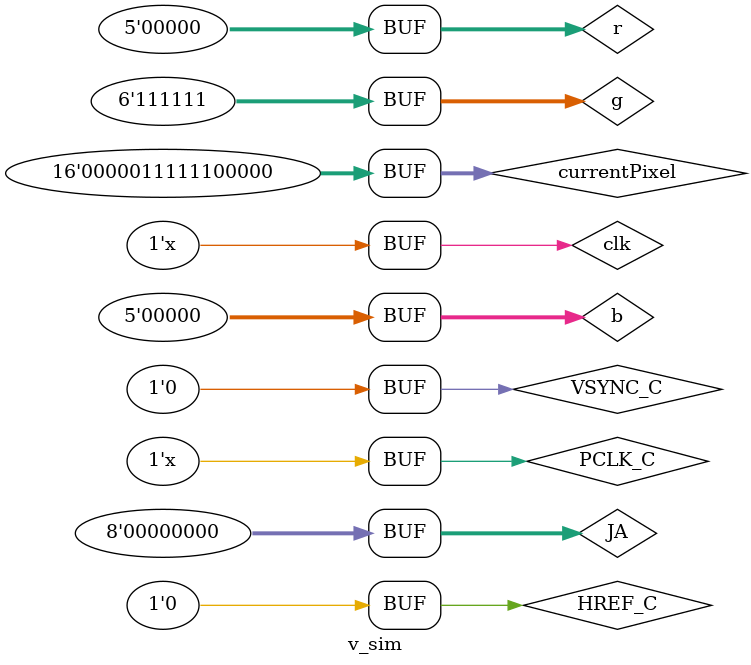
<source format=v>
`timescale 1ns / 1ps


module v_sim();
    reg clk;
    reg VSYNC_C;
    reg HREF_C;
    reg PCLK_C;
    reg [7:0] JA;

    wire [9:0] player_location [2:0];
    wire SIOC_C;
    wire SIOD_C;
    wire RESET_C;
    wire PWDN_C;
    wire [18:0] addra;
    wire [7:0] dina;
    wire wea;
    wire done_cam_config;

    wire [4:0] r;
    wire [5:0] g;
    wire [4:0] b;


    wire [6:0] y, u, v;
    wire [5:0] yP;


    vision tracking(
        .clk(clk),
        .x_pos(player_location[0]),
        .y_pos(player_location[1]),
        .z_pos(player_location[2]),
        .sioc(SIOC_C),
        .siod(SIOD_C),
        .vsync(VSYNC_C),
        .href(HREF_C),
        .pclk(PCLK_C),
        .p_data(JA),
        .reset_cam(RESET_C),
        .pwdn_cam(PWDN_C),
        .addra(addra),
        .dina(dina),
        .wea(wea),
        .done_cam_config(done_cam_config)
    );

    rgbToYUV rgbpls(.b(currentPixel[4:0]), .g(currentPixel[10:5]), .r(currentPixel[15:11]),
        .y(y), .u(u), .v(v));

    yPrime ypp(.b(currentPixel[4:0]), .g(currentPixel[10:5]), .r(currentPixel[15:11]),
        .yP(yP));


    reg [15:0] currentPixel;
    wire [7:0] newPixel;

    preprocessing rofl(.currentPixel(currentPixel), .newPixel(newPixel));

    always #5 clk = ~clk;
    always #5 PCLK_C = ~PCLK_C;

    assign r = currentPixel[15:11];
    assign g = currentPixel[10:5];
    assign b = currentPixel[4:0];

    initial begin
        currentPixel = 16'h07E0;
        clk = 0;
        VSYNC_C = 0;
        HREF_C = 0;
        PCLK_C = 0;
        JA = 0;
        #10;

   end

endmodule

</source>
